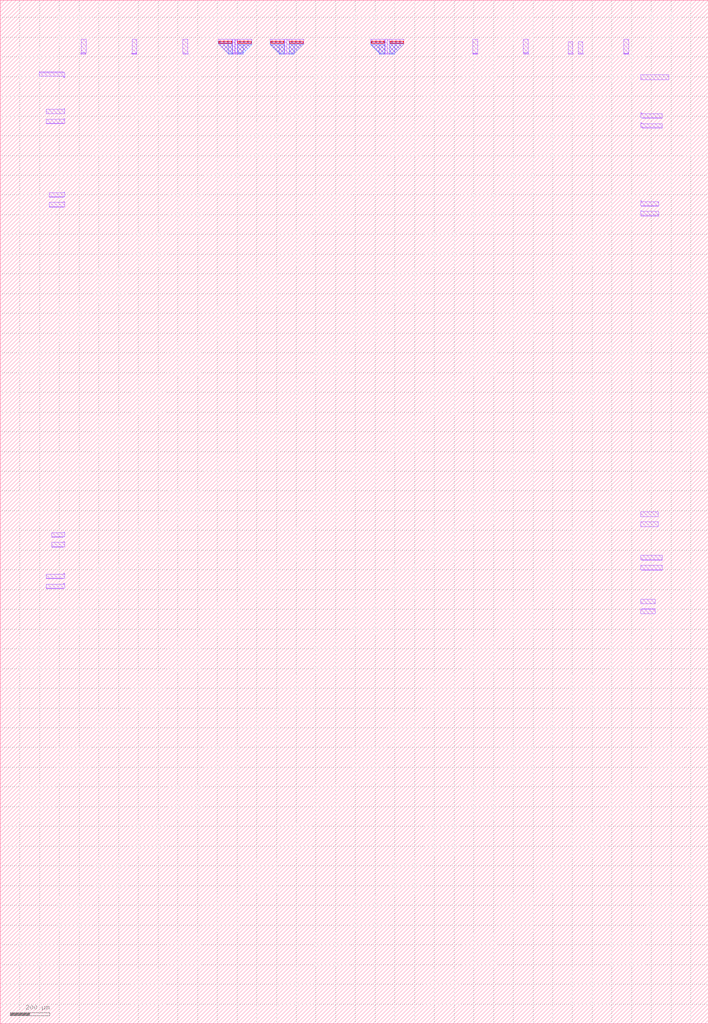
<source format=lef>
VERSION 5.7 ;
  NOWIREEXTENSIONATPIN ON ;
  DIVIDERCHAR "/" ;
  BUSBITCHARS "[]" ;
MACRO caravan_signal_routing
  CLASS BLOCK ;
  FOREIGN caravan_signal_routing ;
  ORIGIN 0.000 0.000 ;
  SIZE 3588.000 BY 5188.000 ;
  OBS
      LAYER met3 ;
        POLYGON 410.720 4920.800 410.720 4917.590 407.510 4917.590 ;
        RECT 410.720 4920.300 435.720 4988.810 ;
        RECT 410.720 4917.590 432.510 4920.300 ;
        RECT 407.510 4913.590 432.510 4917.590 ;
        POLYGON 432.510 4920.300 435.720 4920.300 432.510 4917.090 ;
        RECT 667.720 4917.590 692.720 4988.860 ;
        RECT 667.510 4916.910 692.720 4917.590 ;
        RECT 924.720 4917.590 949.720 4988.680 ;
        RECT 1105.000 4967.100 1176.395 4988.680 ;
        POLYGON 1105.000 4967.100 1154.510 4967.100 1154.510 4917.590 ;
        RECT 1154.510 4917.590 1176.395 4967.100 ;
        RECT 1177.895 4920.705 1188.895 4988.680 ;
        POLYGON 1177.895 4920.705 1181.010 4920.705 1181.010 4917.590 ;
        RECT 1181.010 4917.590 1188.895 4920.705 ;
        RECT 1189.890 4921.210 1200.890 4988.680 ;
        POLYGON 1189.890 4921.210 1191.760 4921.210 1191.760 4919.340 ;
        RECT 1191.760 4919.340 1200.890 4921.210 ;
        RECT 1202.390 4960.580 1274.000 4988.680 ;
        RECT 1202.390 4921.210 1231.010 4960.580 ;
        POLYGON 1202.390 4921.210 1204.260 4921.210 1204.260 4919.340 ;
        RECT 1204.260 4919.340 1231.010 4921.210 ;
        POLYGON 1188.895 4919.340 1190.645 4917.590 1188.895 4917.590 ;
        POLYGON 1191.760 4919.340 1193.510 4919.340 1193.510 4917.590 ;
        RECT 1193.510 4917.590 1200.890 4919.340 ;
        POLYGON 1200.890 4919.340 1202.640 4917.590 1200.890 4917.590 ;
        POLYGON 1204.260 4919.340 1206.010 4919.340 1206.010 4917.590 ;
        RECT 924.720 4917.260 952.510 4917.590 ;
        RECT 667.510 4913.590 692.510 4916.910 ;
        RECT 927.510 4913.590 952.510 4917.260 ;
        RECT 1154.510 4913.590 1179.510 4917.590 ;
        RECT 1181.010 4913.590 1192.010 4917.590 ;
        RECT 1193.510 4913.590 1204.510 4917.590 ;
        RECT 1206.010 4913.590 1231.010 4919.340 ;
        POLYGON 1231.010 4960.580 1274.000 4960.580 1231.010 4917.590 ;
        RECT 1368.000 4962.600 1439.395 4988.770 ;
        POLYGON 1368.000 4962.600 1413.010 4962.600 1413.010 4917.590 ;
        RECT 1413.010 4918.975 1439.395 4962.600 ;
        RECT 1413.010 4913.590 1438.010 4918.975 ;
        POLYGON 1438.010 4918.975 1439.395 4918.975 1438.010 4917.590 ;
        RECT 1440.895 4918.975 1451.895 4988.770 ;
        POLYGON 1440.895 4918.590 1440.895 4917.590 1439.895 4917.590 ;
        RECT 1440.895 4917.590 1450.510 4918.975 ;
        POLYGON 1450.510 4918.975 1451.895 4918.975 1450.510 4917.590 ;
        RECT 1452.890 4918.470 1463.890 4988.770 ;
        POLYGON 1452.890 4918.470 1452.890 4917.590 1452.010 4917.590 ;
        RECT 1452.890 4917.590 1463.010 4918.470 ;
        POLYGON 1463.010 4918.470 1463.890 4918.470 1463.010 4917.590 ;
        RECT 1465.390 4965.080 1537.000 4988.770 ;
        RECT 1465.390 4917.590 1489.510 4965.080 ;
        POLYGON 1489.510 4965.080 1537.000 4965.080 1489.510 4917.590 ;
        RECT 1877.000 4962.100 1948.395 4988.610 ;
        POLYGON 1877.000 4962.100 1921.510 4962.100 1921.510 4917.590 ;
        RECT 1921.510 4919.475 1948.395 4962.100 ;
        RECT 1439.510 4913.590 1450.510 4917.590 ;
        RECT 1452.010 4913.590 1463.010 4917.590 ;
        RECT 1464.510 4913.590 1489.510 4917.590 ;
        RECT 1921.510 4913.590 1946.510 4919.475 ;
        POLYGON 1946.510 4919.475 1948.395 4919.475 1946.510 4917.590 ;
        RECT 1949.895 4919.475 1960.895 4988.610 ;
        POLYGON 1949.895 4918.990 1949.895 4917.590 1948.495 4917.590 ;
        RECT 1949.895 4918.970 1960.390 4919.475 ;
        POLYGON 1960.390 4919.475 1960.895 4919.475 1960.390 4918.970 ;
        RECT 1961.890 4918.970 1972.890 4988.610 ;
        RECT 1949.895 4917.590 1959.010 4918.970 ;
        POLYGON 1959.010 4918.970 1960.390 4918.970 1959.010 4917.590 ;
        POLYGON 1961.890 4918.970 1961.890 4917.590 1960.510 4917.590 ;
        RECT 1961.890 4917.590 1971.510 4918.970 ;
        POLYGON 1971.510 4918.970 1972.890 4918.970 1971.510 4917.590 ;
        RECT 1974.390 4965.580 2046.000 4988.610 ;
        RECT 1974.390 4917.590 1998.010 4965.580 ;
        POLYGON 1998.010 4965.580 2046.000 4965.580 1998.010 4917.590 ;
        RECT 2393.720 4917.590 2418.720 4988.520 ;
        RECT 1948.010 4913.590 1959.010 4917.590 ;
        RECT 1960.510 4913.590 1971.510 4917.590 ;
        RECT 1973.010 4913.590 1998.010 4917.590 ;
        RECT 2393.510 4916.920 2418.720 4917.590 ;
        RECT 2650.720 4920.320 2675.720 4988.960 ;
        POLYGON 2650.720 4920.320 2653.510 4920.320 2653.510 4917.530 ;
        RECT 2653.510 4917.590 2675.720 4920.320 ;
        POLYGON 2675.720 4920.380 2678.510 4917.590 2675.720 4917.590 ;
        RECT 2393.510 4913.590 2418.510 4916.920 ;
        RECT 2653.510 4913.590 2678.510 4917.590 ;
        RECT 2878.500 4918.390 2902.395 4975.460 ;
        POLYGON 2878.500 4918.390 2879.510 4918.390 2879.510 4917.380 ;
        RECT 2879.510 4917.590 2902.395 4918.390 ;
        POLYGON 2902.395 4918.705 2903.510 4917.590 2902.395 4917.590 ;
        RECT 2879.510 4913.590 2903.510 4917.590 ;
        RECT 2928.390 4918.500 2952.290 4975.460 ;
        POLYGON 2928.390 4918.500 2929.510 4918.500 2929.510 4917.380 ;
        RECT 2929.510 4917.590 2952.290 4918.500 ;
        POLYGON 2952.290 4918.810 2953.510 4917.590 2952.290 4917.590 ;
        RECT 3159.720 4917.590 3184.720 4989.230 ;
        RECT 2929.510 4913.590 2953.510 4917.590 ;
        RECT 3159.510 4916.870 3184.720 4917.590 ;
        RECT 3159.510 4913.590 3184.510 4916.870 ;
        RECT 198.820 4819.800 317.320 4825.720 ;
        POLYGON 317.320 4825.720 323.240 4819.800 317.320 4819.800 ;
        RECT 198.820 4800.720 326.540 4819.800 ;
        POLYGON 316.625 4800.720 322.540 4800.720 322.540 4794.805 ;
        RECT 322.540 4794.800 326.540 4800.720 ;
        RECT 3246.540 4808.280 3250.540 4808.510 ;
        RECT 3246.540 4783.510 3389.030 4808.280 ;
        RECT 3250.080 4783.280 3389.030 4783.510 ;
        RECT 322.540 4634.700 326.540 4636.800 ;
        RECT 233.780 4612.800 326.540 4634.700 ;
        RECT 233.780 4610.755 322.760 4612.800 ;
        RECT 3246.540 4612.510 3250.540 4616.510 ;
        POLYGON 3250.540 4616.510 3254.540 4612.510 3250.540 4612.510 ;
        RECT 3246.540 4592.510 3353.900 4612.510 ;
        POLYGON 3249.630 4592.510 3253.640 4592.510 3253.640 4588.500 ;
        RECT 3253.640 4588.500 3353.900 4592.510 ;
        RECT 322.540 4584.500 326.540 4586.805 ;
        RECT 233.780 4562.800 326.540 4584.500 ;
        RECT 233.780 4560.500 322.800 4562.800 ;
        RECT 3246.540 4562.245 3250.540 4566.510 ;
        POLYGON 3250.540 4566.510 3254.805 4562.245 3250.540 4562.245 ;
        RECT 3246.540 4542.510 3353.940 4562.245 ;
        POLYGON 3249.670 4542.510 3253.880 4542.510 3253.880 4538.300 ;
        RECT 3253.880 4538.300 3353.940 4542.510 ;
        POLYGON 322.540 4214.800 322.540 4212.290 320.030 4212.290 ;
        RECT 322.540 4212.290 326.540 4214.800 ;
        RECT 249.460 4190.800 326.540 4212.290 ;
        RECT 249.460 4188.390 320.760 4190.800 ;
        POLYGON 320.760 4190.800 323.170 4190.800 320.760 4188.390 ;
        RECT 3246.540 4166.505 3250.540 4170.400 ;
        POLYGON 322.540 4164.800 322.540 4162.395 320.135 4162.395 ;
        RECT 322.540 4162.395 326.540 4164.800 ;
        RECT 249.460 4140.800 326.540 4162.395 ;
        RECT 3246.540 4146.400 3335.960 4166.505 ;
        RECT 3249.290 4142.605 3335.960 4146.400 ;
        RECT 249.460 4140.795 323.170 4140.800 ;
        RECT 249.460 4138.495 320.870 4140.795 ;
        POLYGON 320.870 4140.795 323.170 4140.795 320.870 4138.495 ;
        RECT 3246.540 4116.610 3250.540 4120.400 ;
        RECT 3246.540 4096.400 3335.960 4116.610 ;
        RECT 3249.290 4092.710 3335.960 4096.400 ;
        RECT 3246.540 2593.505 3250.540 2593.740 ;
        RECT 3246.540 2569.740 3335.580 2593.505 ;
        RECT 3250.290 2569.605 3335.580 2569.740 ;
        RECT 3246.540 2543.610 3250.540 2543.740 ;
        RECT 3246.540 2519.740 3335.620 2543.610 ;
        RECT 3250.330 2519.710 3335.620 2519.740 ;
        POLYGON 322.540 2492.030 322.540 2489.290 319.800 2489.290 ;
        RECT 322.540 2489.290 326.540 2492.030 ;
        RECT 261.140 2468.030 326.540 2489.290 ;
        RECT 261.140 2465.390 320.060 2468.030 ;
        POLYGON 320.060 2468.030 322.700 2468.030 320.060 2465.390 ;
        POLYGON 322.540 2442.025 322.540 2439.395 319.910 2439.395 ;
        RECT 322.540 2439.395 326.540 2442.030 ;
        RECT 261.180 2418.030 326.540 2439.395 ;
        RECT 261.180 2415.495 320.205 2418.030 ;
        POLYGON 320.205 2418.030 322.740 2418.030 320.205 2415.495 ;
        RECT 3246.540 2373.500 3250.540 2374.740 ;
        RECT 3246.540 2350.740 3353.890 2373.500 ;
        RECT 3250.210 2349.500 3353.890 2350.740 ;
        RECT 3246.540 2323.245 3250.540 2324.740 ;
        RECT 3246.540 2300.740 3353.890 2323.245 ;
        RECT 3250.210 2299.300 3353.890 2300.740 ;
        POLYGON 322.540 2282.030 322.540 2278.700 319.210 2278.700 ;
        RECT 322.540 2278.700 326.540 2282.030 ;
        RECT 233.710 2258.030 326.540 2278.700 ;
        RECT 233.710 2254.755 319.635 2258.030 ;
        POLYGON 319.635 2258.030 322.910 2258.030 319.635 2254.755 ;
        POLYGON 322.540 2232.030 322.540 2228.500 319.010 2228.500 ;
        RECT 322.540 2228.500 326.540 2232.030 ;
        RECT 233.840 2208.030 326.540 2228.500 ;
        RECT 233.840 2204.500 319.290 2208.030 ;
        POLYGON 319.290 2208.030 322.820 2208.030 319.290 2204.500 ;
        RECT 3250.340 2151.740 3319.880 2152.505 ;
        RECT 3246.540 2127.810 3319.880 2151.740 ;
        RECT 3246.540 2127.740 3250.540 2127.810 ;
        RECT 3250.290 2101.740 3319.830 2102.610 ;
        RECT 3246.540 2078.710 3319.830 2101.740 ;
        RECT 3246.540 2077.740 3250.540 2078.710 ;
      LAYER via3 ;
        RECT 1107.000 4969.100 1174.395 4978.100 ;
        RECT 1204.390 4969.100 1271.785 4978.100 ;
        RECT 1370.000 4969.100 1437.395 4978.100 ;
        RECT 1467.390 4969.100 1534.785 4978.100 ;
        RECT 1879.000 4969.100 1946.395 4978.100 ;
        RECT 1976.390 4969.100 2043.785 4978.100 ;
      LAYER met4 ;
        RECT 1105.000 4967.100 1176.395 4980.100 ;
        POLYGON 1105.000 4967.100 1154.510 4967.100 1154.510 4917.590 ;
        RECT 1154.510 4917.590 1176.395 4967.100 ;
        RECT 1202.390 4969.100 1273.785 4980.100 ;
        RECT 1202.390 4960.580 1274.000 4969.100 ;
        RECT 1202.390 4921.210 1231.010 4960.580 ;
        POLYGON 1202.390 4921.210 1206.010 4921.210 1206.010 4917.590 ;
        RECT 1154.510 4913.590 1179.510 4917.590 ;
        RECT 1206.010 4913.590 1231.010 4921.210 ;
        POLYGON 1231.010 4960.580 1274.000 4960.580 1231.010 4917.590 ;
        RECT 1368.000 4962.600 1439.395 4980.100 ;
        POLYGON 1368.000 4962.600 1413.010 4962.600 1413.010 4917.590 ;
        RECT 1413.010 4918.975 1439.395 4962.600 ;
        RECT 1413.010 4913.590 1438.010 4918.975 ;
        POLYGON 1438.010 4918.975 1439.395 4918.975 1438.010 4917.590 ;
        RECT 1465.390 4969.100 1536.785 4980.100 ;
        RECT 1465.390 4965.080 1537.000 4969.100 ;
        RECT 1465.390 4917.590 1489.510 4965.080 ;
        POLYGON 1489.510 4965.080 1537.000 4965.080 1489.510 4917.590 ;
        RECT 1877.000 4962.100 1948.395 4980.100 ;
        POLYGON 1877.000 4962.100 1921.510 4962.100 1921.510 4917.590 ;
        RECT 1921.510 4919.475 1948.395 4962.100 ;
        RECT 1464.510 4913.590 1489.510 4917.590 ;
        RECT 1921.510 4913.590 1946.510 4919.475 ;
        POLYGON 1946.510 4919.475 1948.395 4919.475 1946.510 4917.590 ;
        RECT 1974.390 4969.100 2045.785 4980.100 ;
        RECT 1974.390 4965.580 2046.000 4969.100 ;
        RECT 1974.390 4917.590 1998.010 4965.580 ;
        POLYGON 1998.010 4965.580 2046.000 4965.580 1998.010 4917.590 ;
        RECT 1973.010 4913.590 1998.010 4917.590 ;
      LAYER via4 ;
        RECT 1107.000 4969.100 1174.395 4978.100 ;
        RECT 1204.390 4969.100 1271.785 4978.100 ;
        RECT 1370.000 4969.100 1437.395 4978.100 ;
        RECT 1467.390 4969.100 1534.785 4978.100 ;
        RECT 1879.000 4969.100 1946.395 4978.100 ;
        RECT 1976.390 4969.100 2043.785 4978.100 ;
      LAYER met5 ;
        RECT 1105.000 4967.100 1176.395 4980.100 ;
        POLYGON 1105.000 4967.100 1154.510 4967.100 1154.510 4917.590 ;
        RECT 1154.510 4917.590 1176.395 4967.100 ;
        RECT 1202.390 4969.100 1273.785 4980.100 ;
        RECT 1202.390 4960.580 1274.000 4969.100 ;
        RECT 1202.390 4921.210 1231.010 4960.580 ;
        POLYGON 1202.390 4921.210 1206.010 4921.210 1206.010 4917.590 ;
        RECT 1154.510 4913.590 1179.510 4917.590 ;
        RECT 1206.010 4913.590 1231.010 4921.210 ;
        POLYGON 1231.010 4960.580 1274.000 4960.580 1231.010 4917.590 ;
        RECT 1368.000 4962.600 1439.395 4980.100 ;
        POLYGON 1368.000 4962.600 1413.010 4962.600 1413.010 4917.590 ;
        RECT 1413.010 4918.975 1439.395 4962.600 ;
        RECT 1413.010 4913.590 1438.010 4918.975 ;
        POLYGON 1438.010 4918.975 1439.395 4918.975 1438.010 4917.590 ;
        RECT 1465.390 4969.100 1536.785 4980.100 ;
        RECT 1465.390 4965.080 1537.000 4969.100 ;
        RECT 1465.390 4917.590 1489.510 4965.080 ;
        POLYGON 1489.510 4965.080 1537.000 4965.080 1489.510 4917.590 ;
        RECT 1877.000 4962.100 1948.395 4980.100 ;
        POLYGON 1877.000 4962.100 1921.510 4962.100 1921.510 4917.590 ;
        RECT 1921.510 4919.475 1948.395 4962.100 ;
        RECT 1464.510 4913.590 1489.510 4917.590 ;
        RECT 1921.510 4913.590 1946.510 4919.475 ;
        POLYGON 1946.510 4919.475 1948.395 4919.475 1946.510 4917.590 ;
        RECT 1974.390 4969.100 2045.785 4980.100 ;
        RECT 1974.390 4965.580 2046.000 4969.100 ;
        RECT 1974.390 4917.590 1998.010 4965.580 ;
        POLYGON 1998.010 4965.580 2046.000 4965.580 1998.010 4917.590 ;
        RECT 1973.010 4913.590 1998.010 4917.590 ;
  END
END caravan_signal_routing
END LIBRARY


</source>
